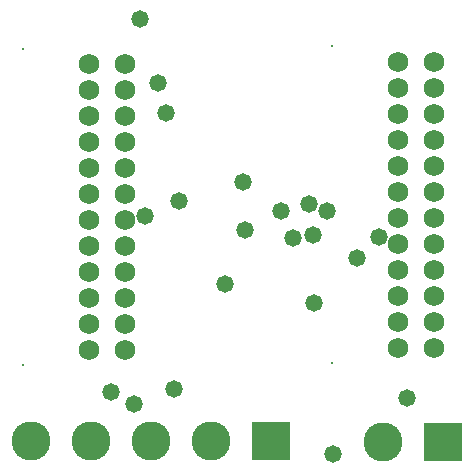
<source format=gbs>
G04*
G04 #@! TF.GenerationSoftware,Altium Limited,Altium Designer,20.0.2 (26)*
G04*
G04 Layer_Color=16711935*
%FSLAX25Y25*%
%MOIN*%
G70*
G01*
G75*
%ADD19C,0.00800*%
%ADD20C,0.06800*%
%ADD21C,0.13024*%
%ADD22R,0.13024X0.13024*%
%ADD23C,0.05800*%
D19*
X164453Y355587D02*
D03*
Y250075D02*
D03*
X267453Y356409D02*
D03*
Y250898D02*
D03*
D20*
X186500Y255193D02*
D03*
Y263854D02*
D03*
Y272516D02*
D03*
Y281177D02*
D03*
Y289839D02*
D03*
Y298500D02*
D03*
Y307161D02*
D03*
Y315823D02*
D03*
Y324484D02*
D03*
Y333146D02*
D03*
Y341807D02*
D03*
Y350468D02*
D03*
X198311Y255193D02*
D03*
D03*
Y263854D02*
D03*
Y272516D02*
D03*
Y281177D02*
D03*
Y289839D02*
D03*
Y298500D02*
D03*
Y307161D02*
D03*
Y315823D02*
D03*
Y324484D02*
D03*
Y333146D02*
D03*
Y341807D02*
D03*
Y350468D02*
D03*
X301311Y256016D02*
D03*
Y264677D02*
D03*
Y273339D02*
D03*
Y282000D02*
D03*
Y290661D02*
D03*
Y299323D02*
D03*
Y307984D02*
D03*
Y316646D02*
D03*
Y325307D02*
D03*
Y333968D02*
D03*
Y342630D02*
D03*
Y351291D02*
D03*
D03*
X289500Y256016D02*
D03*
Y264677D02*
D03*
Y273339D02*
D03*
Y282000D02*
D03*
Y290661D02*
D03*
Y299323D02*
D03*
Y307984D02*
D03*
Y316646D02*
D03*
Y325307D02*
D03*
Y333968D02*
D03*
Y342630D02*
D03*
Y351291D02*
D03*
D21*
X284500Y224500D02*
D03*
X207000Y225000D02*
D03*
X187000D02*
D03*
X227000D02*
D03*
X167000D02*
D03*
D22*
X304500Y224500D02*
D03*
X247000Y225000D02*
D03*
D23*
X216300Y305000D02*
D03*
X267750Y220550D02*
D03*
X203400Y365400D02*
D03*
X201300Y237200D02*
D03*
X209400Y344253D02*
D03*
X238300Y295300D02*
D03*
X204900Y299900D02*
D03*
X237600Y311200D02*
D03*
X212200Y334200D02*
D03*
X265800Y301700D02*
D03*
X260900Y293600D02*
D03*
X292400Y239200D02*
D03*
X254300Y292700D02*
D03*
X250300Y301700D02*
D03*
X259800Y303800D02*
D03*
X283000Y292900D02*
D03*
X193800Y241200D02*
D03*
X214800Y242100D02*
D03*
X231600Y277100D02*
D03*
X261300Y270800D02*
D03*
X275700Y285800D02*
D03*
M02*

</source>
